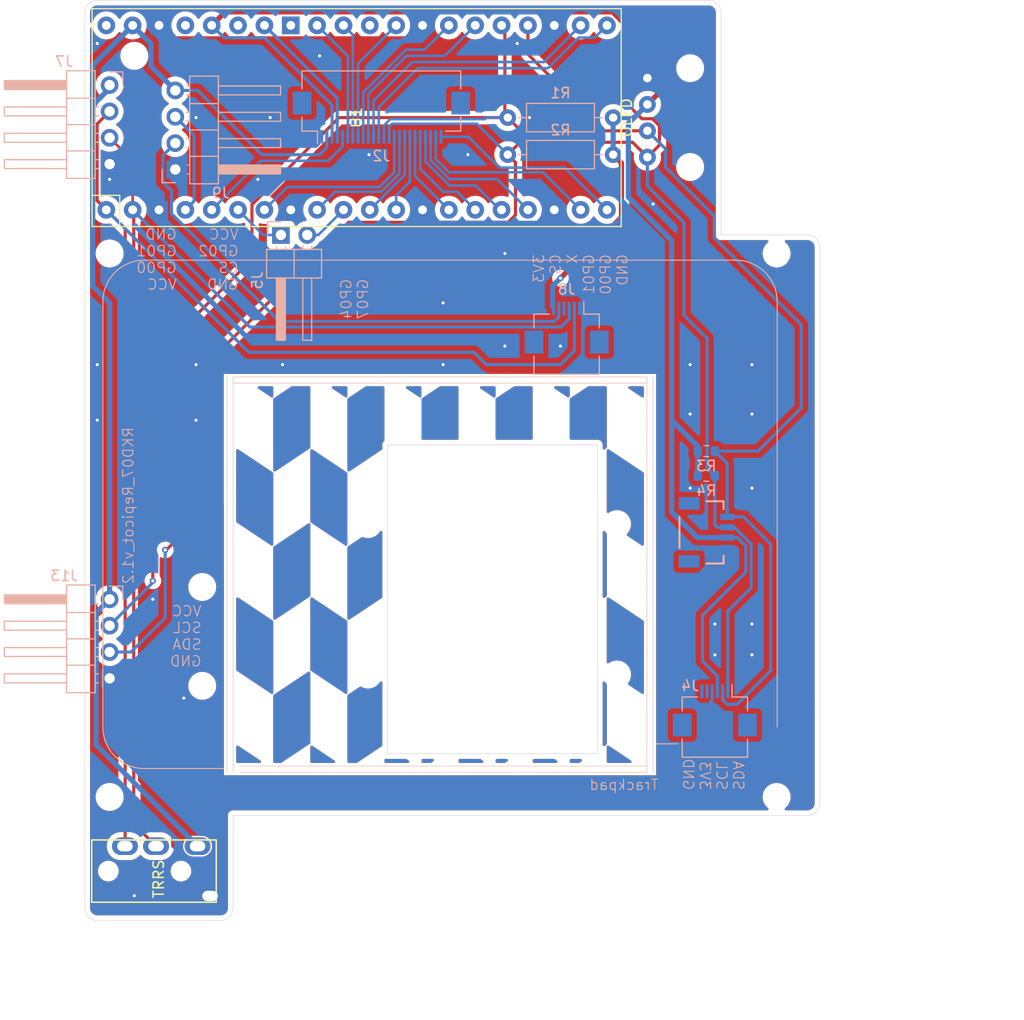
<source format=kicad_pcb>
(kicad_pcb (version 20241229) (generator "pcbnew") (generator_version "9.0")
  (layers (0 "F.Cu" signal) (2 "B.Cu" signal) (13 "F.Paste" user) (15 "B.Paste" user) (5 "F.SilkS" user "F.Silkscreen") (7 "B.SilkS" user "B.Silkscreen") (1 "F.Mask" user) (3 "B.Mask" user) (25 "Edge.Cuts" user))
  (net 0 "")
  (net 1 "GP01:UART_RX")
  (net 2 "VCC")
  (net 3 "GND")
  (net 4 "GP00:UART_TX")
  (net 5 "3V3")
  (net 15 "CS")
  (net 17 "ROW4_L")
  (net 18 "COL9_L")
  (net 19 "SDA{slash}SCK_L")
  (net 20 "COL4_L")
  (net 21 "COL10_L")
  (net 22 "ROW1_L")
  (net 23 "COL2_L")
  (net 24 "ROW3_L")
  (net 25 "COL13_L")
  (net 26 "COL8_L")
  (net 27 "COL0_L")
  (net 28 "ROW0_L")
  (net 29 "COL6_L")
  (net 30 "COL3_L")
  (net 31 "COL7_L")
  (net 32 "COL5_L")
  (net 33 "COL1_L")
  (net 34 "SCL{slash}TX_L")
  (net 35 "ROW2_L")
  (net 36 "COL12_L")
  (net 37 "COL11_L")
  (net 38 "GP04")
  (net 39 "GP07")
  (net 40 "GP02")
  (footprint "kbd_Hole:m2_Screw_Hole" (layer "F.Cu") (at 145.25625 52.3875)
    (property "Reference" "Ref**")
    (property "Value" "Val**")
  )
  (footprint "Rikkodo_FootPrint:rkd_cutdot_no_edgecut_1_2" (layer "F.Cu") (at 93.166328 64.591352)
    (property "Reference" "REF**" (hide yes))
    (property "Value" "rkd_cutdot_no_edgecut_1_2" (hide yes))
  )
  (footprint "Rikkodo_FootPrint:rkd_cutdot_no_edgecut_32" (layer "F.Cu") (at 112.513968 64.591352)
    (property "Reference" "REF**" (hide yes))
    (property "Value" "rkd_cutdot_no_edgecut_32" (hide yes))
  )
  (footprint "BrownSugar_KBD:OLED_center_display" (layer "F.Cu") (at 114.3 39.290625 90)
    (property "Reference" "OL1")
    (property "Value" "OLED")
  )
  (footprint "BrownSugar_KBD:TRRS_PJ-320A" (layer "F.Cu") (at 79.239375 111.91875 90)
    (property "Reference" "J1")
    (property "Value" "TRRS" (hide yes))
  )
  (footprint "kbd_Hole:m2_Screw_Hole" (layer "F.Cu") (at 80.9625 52.3875)
    (property "Reference" "Ref**")
    (property "Value" "Val**")
  )
  (footprint "kbd_Hole:m2_Screw_Hole" (layer "F.Cu") (at 136.92199 34.528151)
    (property "Reference" "Ref**")
    (property "Value" "Val**")
  )
  (footprint "kbd_Hole:m2_Screw_Hole" (layer "F.Cu") (at 136.92199 44.053159)
    (property "Reference" "Ref**")
    (property "Value" "Val**")
  )
  (footprint "kbd_Hole:m2_Screw_Hole" (layer "F.Cu") (at 83.34375 33.3375)
    (property "Reference" "Ref**")
    (property "Value" "Val**")
  )
  (footprint "Rikkodo_FootPrint:rkd_cutdot_no_edgecut_32" (layer "F.Cu") (at 112.513968 102.096008)
    (property "Reference" "REF**" (hide yes))
    (property "Value" "rkd_cutdot_no_edgecut_32" (hide yes))
  )
  (footprint "Rikkodo_FootPrint:rkd_RPi_Pico_TH_NODBG" (layer "F.Cu") (at 104.775 39.290625 90)
    (property "Reference" "U1")
    (property "Value" "Pico")
  )
  (footprint "kbd_Hole:m2_Screw_Hole" (layer "F.Cu") (at 145.25625 104.775)
    (property "Reference" "Ref**")
    (property "Value" "Val**")
  )
  (footprint "kbd_Hole:m2_Screw_Hole" (layer "F.Cu") (at 80.9625 104.775)
    (property "Reference" "Ref**")
    (property "Value" "Val**")
  )
  (footprint "kbd_Hole:m2_Screw_Hole" (layer "F.Cu") (at 89.892263 84.534446)
    (property "Reference" "Ref**")
    (property "Value" "Val**")
  )
  (footprint "Rikkodo_FootPrint:rkd_cutdot_no_edgecut_32" (layer "F.Cu") (at 92.571016 83.34368 90)
    (property "Reference" "REF**" (hide yes))
    (property "Value" "rkd_cutdot_no_edgecut_32" (hide yes))
  )
  (footprint "Rikkodo_FootPrint:rkd_cutdot_no_edgecut_1" (layer "F.Cu") (at 132.159264 64.591352)
    (property "Reference" "REF**" (hide yes))
    (property "Value" "rkd_cutdot_no_edgecut_1" (hide yes))
  )
  (footprint "Rikkodo_FootPrint:rkd_cutdot_no_edgecut_1" (layer "F.Cu") (at 132.159264 102.096008)
    (property "Reference" "REF**" (hide yes))
    (property "Value" "rkd_cutdot_no_edgecut_1" (hide yes))
  )
  (footprint "kbd_Hole:m2_Screw_Hole" (layer "F.Cu") (at 89.892263 94.059454)
    (property "Reference" "Ref**")
    (property "Value" "Val**")
  )
  (footprint "Rikkodo_FootPrint:rkd_cutdot_no_edgecut_32" (layer "F.Cu") (at 133.052232 83.343906 90)
    (property "Reference" "REF**" (hide yes))
    (property "Value" "rkd_cutdot_no_edgecut_32" (hide yes))
  )
  (footprint "Rikkodo_FootPrint:rkd_Point_Screw_Hall" (layer "F.Cu") (at 117.871875 85.725 -90)
    (property "Reference" "Point1" (hide yes))
    (property "Value" "PointScrewHall" (hide yes))
  )
  (footprint "Connector_PinHeader_2.54mm:PinHeader_1x02_P2.54mm_Horizontal" (layer "B.Cu") (at 97.472584 50.601605 -90)
    (property "Reference" "J5")
    (property "Value" "Conn_01x02_Socket")
  )
  (footprint "Resistor_SMD:R_0603_1608Metric" (layer "B.Cu") (at 138.478242 71.43756)
    (property "Reference" "R3")
    (property "Value" "1kΩ")
  )
  (footprint "SparkFun-Connector:JST_SMD_1.0mm-4_Black" (layer "B.Cu") (at 140.49375 79.271875 90)
    (property "Reference" "J3")
    (property "Value" "Qwiic_RA")
  )
  (footprint "DreaM117er-keebLibrary:Hirose_FH12-6S-0.5SH_1x06-1MP_P0.50mm_Horizontal" (layer "B.Cu") (at 139.303125 96.440625 180)
    (property "Reference" "J4")
    (property "Value" "Conn_01x06")
  )
  (footprint "Connector_PinHeader_2.54mm:PinHeader_1x04_P2.54mm_Horizontal" (layer "B.Cu") (at 87.293202 44.291284)
    (property "Reference" "J9")
    (property "Value" "Conn_01x04")
  )
  (footprint "Connector_FFC-FPC:Hirose_FH12-6S-0.5SH_1x06-1MP_P0.50mm_Horizontal" (layer "B.Cu") (at 125.01573 59.5313 180)
    (property "Reference" "J8")
    (property "Value" "Conn_01x06")
  )
  (footprint "Connector_PinHeader_2.54mm:PinHeader_1x04_P2.54mm_Horizontal" (layer "B.Cu") (at 80.9625 36.155345 180)
    (property "Reference" "J7")
    (property "Value" "Conn_01x04")
  )
  (footprint "Resistor_SMD:R_0603_1608Metric" (layer "B.Cu") (at 138.478242 73.81881)
    (property "Reference" "R4")
    (property "Value" "1kΩ")
  )
  (footprint "Connector_FFC-FPC:Hirose_FH12-24S-0.5SH_1x24-1MP_P0.50mm_Horizontal" (layer "B.Cu") (at 107.15634 39.290655)
    (property "Reference" "J2")
    (property "Value" "Conn_01x24")
  )
  (footprint "Resistor_THT:R_Axial_DIN0207_L6.3mm_D2.5mm_P10.16mm_Horizontal" (layer "B.Cu") (at 129.500417 42.8625 180)
    (property "Reference" "R2")
    (property "Value" "1kΩ")
  )
  (footprint "Connector_PinHeader_2.54mm:PinHeader_1x04_P2.54mm_Horizontal" (layer "B.Cu") (at 80.9625 85.725 180)
    (property "Reference" "J13")
    (property "Value" "Conn_01x04")
  )
  (footprint "Resistor_THT:R_Axial_DIN0207_L6.3mm_D2.5mm_P10.16mm_Horizontal" (layer "B.Cu") (at 129.500417 39.290655 180)
    (property "Reference" "R1")
    (property "Value" "1kΩ")
  )
  (gr_arc (start 84.311814 102.032873) (mid 81.483387 100.8613) (end 80.311814 98.032873) (stroke (width 0.1)) (layer "B.SilkS"))
  (gr_line (start 84.3118 102.032873) (end 91.975704 102.032873) (stroke (width 0.1)) (layer "B.SilkS"))
  (gr_arc (start 80.311814 57.032873) (mid 81.483397 54.204468) (end 84.311814 53.032873) (stroke (width 0.1)) (layer "B.SilkS"))
  (gr_line (start 145.311814 57.032873) (end 145.311814 98.032873) (stroke (width 0.1)) (layer "B.SilkS"))
  (gr_line (start 84.311814 53.032873) (end 141.311815 53.032874) (stroke (width 0.1)) (layer "B.SilkS"))
  (gr_line (start 80.311814 98.032873) (end 80.311814 57.032873) (stroke (width 0.1)) (layer "B.SilkS"))
  (gr_line (start 133.647544 99.651623) (end 135.731364 99.651623) (stroke (width 0.1)) (layer "B.SilkS"))
  (gr_arc (start 141.311815 53.032874) (mid 144.140241 54.20445) (end 145.311814 57.032873) (stroke (width 0.1)) (layer "B.SilkS"))
  (gr_line (start 127.992295 70.842247) (end 127.992295 100.607897) (stroke (width 0.05)) (layer "Edge.Cuts"))
  (gr_arc (start 149.42367 105.370529) (mid 149.070442 106.216896) (end 148.220367 106.561103) (stroke (width 0.05)) (layer "Edge.Cuts"))
  (gr_line (start 79.771875 27.979708) (end 138.707929 27.979708) (stroke (width 0.05)) (layer "Edge.Cuts"))
  (gr_arc (start 79.771942 116.68125) (mid 78.93 116.332548) (end 78.58125 115.490625) (stroke (width 0.05)) (layer "Edge.Cuts"))
  (gr_arc (start 138.707929 27.979686) (mid 139.549832 28.328418) (end 139.898577 29.170311) (stroke (width 0.05)) (layer "Edge.Cuts"))
  (gr_arc (start 78.581392 29.170409) (mid 78.930113 28.328529) (end 79.772017 27.979784) (stroke (width 0.05)) (layer "Edge.Cuts"))
  (gr_line (start 91.678125 116.681249) (end 79.771942 116.68125) (stroke (width 0.05)) (layer "Edge.Cuts"))
  (gr_arc (start 148.232963 50.601615) (mid 149.074842 50.950359) (end 149.423587 51.792239) (stroke (width 0.05)) (layer "Edge.Cuts"))
  (gr_line (start 148.219997 106.5611) (end 92.86875 106.561027) (stroke (width 0.05)) (layer "Edge.Cuts"))
  (gr_line (start 139.898574 29.160641) (end 139.898555 50.601605) (stroke (width 0.05)) (layer "Edge.Cuts"))
  (gr_line (start 127.992295 100.607897) (end 107.751653 100.607897) (stroke (width 0.05)) (layer "Edge.Cuts"))
  (gr_line (start 149.422426 51.792686) (end 149.423563 105.370401) (stroke (width 0.05)) (layer "Edge.Cuts"))
  (gr_line (start 139.898555 50.601605) (end 148.232963 50.601605) (stroke (width 0.05)) (layer "Edge.Cuts"))
  (gr_line (start 92.86875 106.561027) (end 92.86875 115.495229) (stroke (width 0.05)) (layer "Edge.Cuts"))
  (gr_line (start 78.581392 29.170409) (end 78.581251 115.490625) (stroke (width 0.05)) (layer "Edge.Cuts"))
  (gr_arc (start 92.86875 115.49065) (mid 92.520016 116.332541) (end 91.678124 116.681276) (stroke (width 0.05)) (layer "Edge.Cuts"))
  (gr_line (start 107.751653 70.842247) (end 127.992295 70.842247) (stroke (width 0.05)) (layer "Edge.Cuts"))
  (gr_line (start 107.751653 100.607897) (end 107.751653 70.842247) (stroke (width 0.05)) (layer "Edge.Cuts"))
  (gr_text "GND\nGP01\nGP00\nVCC" (at 87.511011 55.959422 0) (layer "B.SilkS") (effects (font (size 1 1) (thickness 0.1)) (justify left bottom mirror)))
  (gr_text "Trackpad" (at 133.9452 104.1796 0) (layer "B.SilkS") (effects (font (size 1 1) (thickness 0.1)) (justify left bottom mirror)))
  (gr_text "3V3\nCS\nX\nGP01\nGP00\nGND" (at 130.96875 52.3875 90) (layer "B.SilkS") (effects (font (size 1 1) (thickness 0.1)) (justify left bottom mirror)))
  (gr_text "RKD07_Repicot_v1.2" (at 83.34375 69.05625 90) (layer "B.SilkS") (effects (font (size 1 1) (thickness 0.1)) (justify left bottom mirror)))
  (gr_text "VCC\nGP02\nCS\nGND" (at 93.464141 55.959422 0) (layer "B.SilkS") (effects (font (size 1 1) (thickness 0.1)) (justify left bottom mirror)))
  (gr_text "SDA\nSCL\n3V3\nGND" (at 136.153125 104.179777 270) (layer "B.SilkS") (effects (font (size 1 1) (thickness 0.1)) (justify left bottom mirror)))
  (gr_text "VCC\nSCL\nSDA\nGND" (at 89.892263 92.273515 0) (layer "B.SilkS") (effects (font (size 1 1) (thickness 0.1)) (justify left bottom mirror)))
  (gr_text "GP04\nGP07" (at 105.965714 54.768796 90) (layer "B.SilkS") (effects (font (size 1 1) (thickness 0.1)) (justify left bottom mirror)))
  (segment (start 83.287992 48.283617) (end 83.287992 107.367367) (width 0.3) (layer "F.Cu") (net 1))
  (segment (start 83.185 43.457845) (end 83.185 48.180625) (width 0.25) (layer "F.Cu") (net 1))
  (segment (start 83.287992 107.367367) (end 85.439375 109.51875) (width 0.3) (layer "F.Cu") (net 1))
  (segment (start 80.9625 41.235345) (end 83.185 43.457845) (width 0.25) (layer "F.Cu") (net 1))
  (segment (start 83.185 48.180625) (end 83.287992 48.283617) (width 0.3) (layer "F.Cu") (net 1))
  (segment (start 125.26573 58.685987) (end 124.471417 59.4803) (width 0.3) (layer "B.Cu") (net 1))
  (segment (start 124.471417 59.4803) (end 94.484675 59.4803) (width 0.3) (layer "B.Cu") (net 1))
  (segment (start 125.26573 57.6813) (end 125.26573 58.685987) (width 0.3) (layer "B.Cu") (net 1))
  (segment (start 94.484675 59.4803) (end 83.185 48.180625) (width 0.3) (layer "B.Cu") (net 1))
  (segment (start 79.6615 87.026) (end 80.9625 85.725) (width 0.5) (layer "B.Cu") (net 2))
  (segment (start 89.455659 36.671284) (end 87.293202 36.671284) (width 0.3) (layer "B.Cu") (net 2))
  (segment (start 83.185 30.400625) (end 84.94475 32.160375) (width 0.5) (layer "B.Cu") (net 2))
  (segment (start 79.332377 38.1) (end 79.332383 34.253242) (width 0.5) (layer "B.Cu") (net 2))
  (segment (start 84.94475 32.160375) (end 84.94475 34.322832) (width 0.5) (layer "B.Cu") (net 2))
  (segment (start 80.9625 85.725) (end 80.9625 57.14998) (width 0.5) (layer "B.Cu") (net 2))
  (segment (start 79.6615 99.740875) (end 79.6615 87.026) (width 0.5) (layer "B.Cu") (net 2))
  (segment (start 101.90634 42.159285) (end 101.203125 42.8625) (width 0.3) (layer "B.Cu") (net 2))
  (segment (start 101.90634 41.140655) (end 101.90634 42.159285) (width 0.3) (layer "B.Cu") (net 2))
  (segment (start 89.439375 109.51875) (end 79.6615 99.740875) (width 0.5) (layer "B.Cu") (net 2))
  (segment (start 101.203125 42.8625) (end 95.646875 42.8625) (width 0.3) (layer "B.Cu") (net 2))
  (segment (start 80.9625 36.155345) (end 80.9625 36.469877) (width 0.5) (layer "B.Cu") (net 2))
  (segment (start 84.94475 34.322832) (end 87.293202 36.671284) (width 0.5) (layer "B.Cu") (net 2))
  (segment (start 80.9625 57.14998) (end 79.332349 55.519829) (width 0.5) (layer "B.Cu") (net 2))
  (segment (start 79.332383 34.253242) (end 83.185 30.400625) (width 0.5) (layer "B.Cu") (net 2))
  (segment (start 80.9625 36.469877) (end 79.332377 38.1) (width 0.5) (layer "B.Cu") (net 2))
  (segment (start 79.332349 55.519829) (end 79.332377 38.1) (width 0.5) (layer "B.Cu") (net 2))
  (segment (start 95.646875 42.8625) (end 89.455659 36.671284) (width 0.3) (layer "B.Cu") (net 2))
  (segment (start 85.725 45.859486) (end 85.725 30.400625) (width 0.5) (layer "F.Cu") (net 3))
  (segment (start 83.94475 103.140645) (end 87.140375 106.33627) (width 0.5) (layer "F.Cu") (net 3))
  (segment (start 85.725 48.180625) (end 83.94475 49.960875) (width 0.5) (layer "F.Cu") (net 3))
  (segment (start 129.46625 32.146875) (end 132.8 35.480625) (width 0.5) (layer "F.Cu") (net 3))
  (segment (start 123.825 30.400625) (end 125.57125 32.146875) (width 0.5) (layer "F.Cu") (net 3))
  (segment (start 109.824 31.701625) (end 111.125 30.400625) (width 0.5) (layer "F.Cu") (net 3))
  (segment (start 85.725 48.180625) (end 85.725 45.859486) (width 0.5) (layer "F.Cu") (net 3))
  (segment (start 90.639375 112.949569) (end 90.639375 114.31875) (width 0.5) (layer "F.Cu") (net 3))
  (segment (start 125.57125 32.146875) (end 129.46625 32.146875) (width 0.5) (layer "F.Cu") (net 3))
  (segment (start 87.026 31.701625) (end 109.824 31.701625) (width 0.5) (layer "F.Cu") (net 3))
  (segment (start 87.140375 106.33627) (end 87.140375 109.450569) (width 0.5) (layer "F.Cu") (net 3))
  (segment (start 85.725 30.400625) (end 87.026 31.701625) (width 0.5) (layer "F.Cu") (net 3))
  (segment (start 85.725 45.859486) (end 87.293202 44.291284) (width 0.5) (layer "F.Cu") (net 3))
  (segment (start 87.140375 109.450569) (end 90.639375 112.949569) (width 0.5) (layer "F.Cu") (net 3))
  (segment (start 83.94475 49.960875) (end 83.94475 103.140645) (width 0.5) (layer "F.Cu") (net 3))
  (via (at 113.109375 57.15) (size 0.6) (drill 0.3) (layers "F.Cu" "B.Cu") (net 3))
  (via (at 79.771942 68.460995) (size 0.6) (drill 0.3) (layers "F.Cu" "B.Cu") (net 3))
  (via (at 139.303242 91.082889) (size 0.6) (drill 0.3) (layers "F.Cu" "B.Cu") (net 3))
  (via (at 136.921875 63.103125) (size 0.6) (drill 0.3) (layers "F.Cu" "B.Cu") (net 3))
  (via (at 142.87512 75.009375) (size 0.6) (drill 0.3) (layers "F.Cu" "B.Cu") (net 3))
  (via (at 142.875 63.103125) (size 0.6) (drill 0.3) (layers "F.Cu" "B.Cu") (net 3))
  (via (at 121.44375 39.290625) (size 0.6) (drill 0.3) (layers "F.Cu" "B.Cu") (net 3))
  (via (at 142.87512 91.082889) (size 0.6) (drill 0.3) (layers "F.Cu" "B.Cu") (net 3))
  (via (at 136.921875 67.865625) (size 0.6) (drill 0.3) (layers "F.Cu" "B.Cu") (net 3))
  (via (at 115.490625 42.8625) (size 0.6) (drill 0.3) (layers "F.Cu" "B.Cu") (net 3))
  (via (at 97.63125 63.103125) (size 0.6) (drill 0.3) (layers "F.Cu" "B.Cu") (net 3))
  (via (at 83.34375 114.3) (size 0.6) (drill 0.3) (layers "F.Cu" "B.Cu") (net 3))
  (via (at 139.303125 88.106324) (size 0.6) (drill 0.3) (layers "F.Cu" "B.Cu") (net 3))
  (via (at 88.10625 95.25) (size 0.6) (drill 0.3) (layers "F.Cu" "B.Cu") (net 3))
  (via (at 133.35 47.625) (size 0.6) (drill 0.3) (layers "F.Cu" "B.Cu") (net 3))
  (via (at 89.29695 68.460995) (size 0.6) (drill 0.3) (layers "F.Cu" "B.Cu") (net 3))
  (via (at 142.875 67.865625) (size 0.6) (drill 0.3) (layers "F.Cu" "B.Cu") (net 3))
  (via (at 95.25 45.24375) (size 0.6) (drill 0.3) (layers "F.Cu" "B.Cu") (net 3))
  (via (at 85.126474 85.721787) (size 0.6) (drill 0.3) (layers "F.Cu" "B.Cu") (net 3))
  (via (at 113.109375 63.103125) (size 0.6) (drill 0.3) (layers "F.Cu" "B.Cu") (net 3))
  (via (at 89.29695 63.103178) (size 0.6) (drill 0.3) (layers "F.Cu" "B.Cu") (net 3))
  (via (at 80.9625 45.24375) (size 0.6) (drill 0.3) (layers "F.Cu" "B.Cu") (net 3))
  (via (at 89.29695 39.290655) (size 0.6) (drill 0.3) (layers "F.Cu" "B.Cu") (net 3))
  (via (at 96.440625 39.290625) (size 0.6) (drill 0.3) (layers "F.Cu" "B.Cu") (net 3))
  (via (at 120.253125 32.146875) (size 0.6) (drill 0.3) (layers "F.Cu" "B.Cu") (net 3))
  (via (at 142.87512 88.106324) (size 0.6) (drill 0.3) (layers "F.Cu" "B.Cu") (net 3))
  (via (at 105.965625 42.8625) (size 0.6) (drill 0.3) (layers "F.Cu" "B.Cu") (net 3))
  (via (at 119.0626 61.317239) (size 0.6) (drill 0.3) (layers "F.Cu" "B.Cu") (net 3))
  (via (at 101.203125 33.3375) (size 0.6) (drill 0.3) (layers "F.Cu" "B.Cu") (net 3))
  (via (at 124.420417 61.317239) (size 0.6) (drill 0.3) (layers "F.Cu" "B.Cu") (net 3))
  (via (at 119.0626 52.387544) (size 0.6) (drill 0.3) (layers "F.Cu" "B.Cu") (net 3))
  (via (at 79.771875 32.146875) (size 0.6) (drill 0.3) (layers "F.Cu" "B.Cu") (net 3))
  (via (at 79.771942 63.103178) (size 0.6) (drill 0.3) (layers "F.Cu" "B.Cu") (net 3))
  (via (at 136.921875 75.009375) (size 0.6) (drill 0.3) (layers "F.Cu" "B.Cu") (net 3))
  (segment (start 91.090375 113.86775) (end 91.090375 103.472875) (width 0.5) (layer "B.Cu") (net 3))
  (segment (start 140.278277 80.771875) (end 140.49375 80.771875) (width 0.3) (layer "B.Cu") (net 3))
  (segment (start 128.949056 57.6813) (end 126.36673 57.6813) (width 0.5) (layer "B.Cu") (net 3))
  (segment (start 90.639375 114.31875) (end 91.090375 113.86775) (width 0.5) (layer "B.Cu") (net 3))
  (segment (start 138.707696 95.845232) (end 137.814728 95.845232) (width 0.3) (layer "B.Cu") (net 3))
  (segment (start 111.125 30.400625) (end 112.426 29.099625) (width 0.5) (layer "B.Cu") (net 3))
  (segment (start 140.49375 80.771875) (end 135.11875 80.771875) (width 0.5) (layer "B.Cu") (net 3))
  (segment (start 137.814728 95.845232) (end 136.921875 94.952379) (width 0.3) (layer "B.Cu") (net 3))
  (segment (start 127.992295 38.100029) (end 130.611699 35.480625) (width 0.5) (layer "B.Cu") (net 3))
  (segment (start 85.36778 48.180625) (end 85.725 48.180625) (width 0.5) (layer "B.Cu") (net 3))
  (segment (start 127.992295 44.980312) (end 127.992295 38.100029) (width 0.5) (layer "B.Cu") (net 3))
  (segment (start 112.426 49.481625) (end 122.524 49.481625) (width 0.5) (layer "B.Cu") (net 3))
  (segment (start 136.921875 84.128277) (end 140.278277 80.771875) (width 0.3) (layer "B.Cu") (net 3))
  (segment (start 85.725 30.400625) (end 96.46503 41.140655) (width 0.5) (layer "B.Cu") (net 3))
  (segment (start 139.053125 94.590625) (end 139.053125 95.499803) (width 0.3) (layer "B.Cu") (net 3))
  (segment (start 96.46503 41.140655) (end 101.30534 41.140655) (width 0.5) (layer "B.Cu") (net 3))
  (segment (start 112.426 29.099625) (end 122.524 29.099625) (width 0.5) (layer "B.Cu") (net 3))
  (segment (start 98.266251 48.180625) (end 98.425 48.180625) (width 0.5) (layer "B.Cu") (net 3))
  (segment (start 139.053125 95.499803) (end 138.707696 95.845232) (width 0.3) (layer "B.Cu") (net 3))
  (segment (start 130.611699 35.480625) (end 132.8 35.480625) (width 0.5) (layer "B.Cu") (net 3))
  (segment (start 122.524 29.099625) (end 123.825 30.400625) (width 0.5) (layer "B.Cu") (net 3))
  (segment (start 135.11875 80.771875) (end 134.242856 79.895981) (width 0.5) (layer "B.Cu") (net 3))
  (segment (start 91.090375 103.472875) (end 80.9625 93.345) (width 0.5) (layer "B.Cu") (net 3))
  (segment (start 134.242856 52.3875) (end 134.242856 51.230873) (width 0.5) (layer "B.Cu") (net 3))
  (segment (start 80.9625 43.775345) (end 85.36778 48.180625) (width 0.5) (layer "B.Cu") (net 3))
  (segment (start 122.524 49.481625) (end 123.825 48.180625) (width 0.5) (layer "B.Cu") (net 3))
  (segment (start 111.125 48.180625) (end 112.426 49.481625) (width 0.5) (layer "B.Cu") (net 3))
  (segment (start 134.242856 52.3875) (end 128.949056 57.6813) (width 0.5) (layer "B.Cu") (net 3))
  (segment (start 134.242856 51.230873) (end 127.992295 44.980312) (width 0.5) (layer "B.Cu") (net 3))
  (segment (start 134.242856 79.895981) (end 134.242856 52.3875) (width 0.5) (layer "B.Cu") (net 3))
  (segment (start 136.921875 94.952379) (end 136.921875 84.128277) (width 0.3) (layer "B.Cu") (net 3))
  (segment (start 80.645 48.180625) (end 82.4635 49.999125) (width 0.3) (layer "F.Cu") (net 4))
  (segment (start 82.4635 49.999125) (end 82.4635 109.494625) (width 0.3) (layer "F.Cu") (net 4))
  (segment (start 82.4635 109.494625) (end 82.439375 109.51875) (width 0.3) (layer "F.Cu") (net 4))
  (segment (start 79.7615 47.297125) (end 79.7615 39.896345) (width 0.3) (layer "F.Cu") (net 4))
  (segment (start 80.645 48.180625) (end 79.7615 47.297125) (width 0.3) (layer "F.Cu") (net 4))
  (segment (start 79.7615 39.896345) (end 80.9625 38.695345) (width 0.3) (layer "F.Cu") (net 4))
  (segment (start 125.76573 61.757865) (end 125.76573 57.6813) (width 0.3) (layer "B.Cu") (net 4))
  (segment (start 94.376875 61.9125) (end 116.085983 61.9125) (width 0.3) (layer "B.Cu") (net 4))
  (segment (start 117.276661 63.103178) (end 124.420417 63.103178) (width 0.3) (layer "B.Cu") (net 4))
  (segment (start 80.645 48.180625) (end 94.376875 61.9125) (width 0.3) (layer "B.Cu") (net 4))
  (segment (start 124.420417 63.103178) (end 125.76573 61.757865) (width 0.3) (layer "B.Cu") (net 4))
  (segment (start 116.085983 61.9125) (end 117.276661 63.103178) (width 0.3) (layer "B.Cu") (net 4))
  (segment (start 129.443892 29.099625) (end 134.061 33.716733) (width 0.5) (layer "F.Cu") (net 5))
  (segment (start 130.300416 43.662499) (end 130.300416 48.888797) (width 0.5) (layer "F.Cu") (net 5))
  (segment (start 90.805 30.400625) (end 92.106 29.099625) (width 0.5) (layer "F.Cu") (net 5))
  (segment (start 129.500417 42.8625) (end 130.300416 43.662499) (width 0.5) (layer "F.Cu") (net 5))
  (segment (start 92.106 29.099625) (end 129.443892 29.099625) (width 0.5) (layer "F.Cu") (net 5))
  (segment (start 134.061 36.759625) (end 134.061 33.716733) (width 0.5) (layer "F.Cu") (net 5))
  (segment (start 130.300416 48.888797) (end 124.420417 54.768796) (width 0.5) (layer "F.Cu") (net 5))
  (segment (start 132.8 38.020625) (end 134.061 36.759625) (width 0.5) (layer "F.Cu") (net 5))
  (via (at 124.420417 54.768796) (size 0.6) (drill 0.3) (layers "F.Cu" "B.Cu") (net 5))
  (segment (start 140.49375 79.771875) (end 137.61675 79.771875) (width 0.5) (layer "B.Cu") (net 5))
  (segment (start 138.1125 87.272504) (end 142.297216 83.087788) (width 0.3) (layer "B.Cu") (net 5))
  (segment (start 137.61675 79.771875) (end 135.141738 77.296863) (width 0.5) (layer "B.Cu") (net 5))
  (segment (start 137.653242 71.43756) (end 137.653242 70.972499) (width 0.5) (layer "B.Cu") (net 5))
  (segment (start 123.66473 55.524483) (end 123.66473 57.432358) (width 0.5) (layer "B.Cu") (net 5))
  (segment (start 130.96875 46.965403) (end 135.141738 51.138391) (width 0.5) (layer "B.Cu") (net 5))
  (segment (start 92.006 31.601625) (end 95.91931 31.601625) (width 0.3) (layer "B.Cu") (net 5))
  (segment (start 129.500417 39.290655) (end 131.52997 39.290655) (width 0.5) (layer "B.Cu") (net 5))
  (segment (start 142.297216 80.600341) (end 142.297216 83.087788) (width 0.3) (layer "B.Cu") (net 5))
  (segment (start 95.91931 31.601625) (end 102.40634 38.088655) (width 0.3) (layer "B.Cu") (net 5))
  (segment (start 131.52997 39.290655) (end 132.8 38.020625) (width 0.5) (layer "B.Cu") (net 5))
  (segment (start 137.653242 71.43756) (end 137.653242 73.81881) (width 0.5) (layer "B.Cu") (net 5))
  (segment (start 140.49375 79.771875) (end 141.46875 79.771875) (width 0.3) (layer "B.Cu") (net 5))
  (segment (start 135.141738 51.138391) (end 135.141738 68.460995) (width 0.5) (layer "B.Cu") (net 5))
  (segment (start 141.46875 79.771875) (end 142.297216 80.600341) (width 0.3) (layer "B.Cu") (net 5))
  (segment (start 139.553125 94.590625) (end 139.553125 93.11875) (width 0.3) (layer "B.Cu") (net 5))
  (segment (start 129.500417 39.290655) (end 129.500417 42.8625) (width 0.5) (layer "B.Cu") (net 5))
  (segment (start 138.1125 91.678125) (end 138.1125 87.272504) (width 0.3) (layer "B.Cu") (net 5))
  (segment (start 102.40634 38.088655) (end 102.40634 41.140655) (width 0.3) (layer "B.Cu") (net 5))
  (segment (start 92.006 31.601625) (end 90.805 30.400625) (width 0.3) (layer "B.Cu") (net 5))
  (segment (start 137.653242 70.972499) (end 135.141738 68.460995) (width 0.5) (layer "B.Cu") (net 5))
  (segment (start 124.420417 54.768796) (end 123.66473 55.524483) (width 0.5) (layer "B.Cu") (net 5))
  (segment (start 131.52997 39.290655) (end 130.96875 39.851875) (width 0.5) (layer "B.Cu") (net 5))
  (segment (start 130.96875 39.851875) (end 130.96875 46.965403) (width 0.5) (layer "B.Cu") (net 5))
  (segment (start 135.141738 77.296863) (end 135.141738 68.460995) (width 0.5) (layer "B.Cu") (net 5))
  (segment (start 139.553125 93.11875) (end 138.1125 91.678125) (width 0.3) (layer "B.Cu") (net 5))
  (segment (start 123.825104 58.935987) (end 97.321891 58.935987) (width 0.3) (layer "B.Cu") (net 15))
  (segment (start 86.926 46.326082) (end 86.092202 45.492284) (width 0.3) (layer "B.Cu") (net 15))
  (segment (start 86.092202 42.952284) (end 87.293202 41.751284) (width 0.3) (layer "B.Cu") (net 15))
  (segment (start 124.26573 57.6813) (end 124.26573 58.495361) (width 0.3) (layer "B.Cu") (net 15))
  (segment (start 124.26573 58.495361) (end 123.825104 58.935987) (width 0.3) (layer "B.Cu") (net 15))
  (segment (start 97.321891 58.935987) (end 86.926 48.540096) (width 0.3) (layer "B.Cu") (net 15))
  (segment (start 86.092202 45.492284) (end 86.092202 42.952284) (width 0.3) (layer "B.Cu") (net 15))
  (segment (start 86.926 48.540096) (end 86.926 46.326082) (width 0.3) (layer "B.Cu") (net 15))
  (segment (start 124.836913 44.112538) (end 128.905 48.180625) (width 0.25) (layer "B.Cu") (net 17))
  (segment (start 115.554783 41.140655) (end 118.526666 44.112538) (width 0.25) (layer "B.Cu") (net 17))
  (segment (start 118.526666 44.112538) (end 124.836913 44.112538) (width 0.25) (layer "B.Cu") (net 17))
  (segment (start 112.90634 41.140655) (end 115.554783 41.140655) (width 0.25) (layer "B.Cu") (net 17))
  (segment (start 111.323413 32.742212) (end 113.665 30.400625) (width 0.25) (layer "B.Cu") (net 18))
  (segment (start 105.40634 41.140655) (end 105.40634 36.873464) (width 0.25) (layer "B.Cu") (net 18))
  (segment (start 109.537592 32.742212) (end 111.323413 32.742212) (width 0.25) (layer "B.Cu") (net 18))
  (segment (start 105.40634 36.873464) (end 109.537592 32.742212) (width 0.25) (layer "B.Cu") (net 18))
  (segment (start 132.8 43.100625) (end 133.961 41.939625) (width 0.3) (layer "F.Cu") (net 19))
  (segment (start 86.374899 81.017082) (end 86.375 81.017082) (width 0.3) (layer "F.Cu") (net 19))
  (segment (start 133.961 40.079723) (end 133.280902 39.399625) (width 0.3) (layer "F.Cu") (net 19))
  (segment (start 119.380471 49.381625) (end 120.084 48.678096) (width 0.3) (layer "F.Cu") (net 19))
  (segment (start 133.280902 39.399625) (end 132.268375 39.399625) (width 0.3) (layer "F.Cu") (net 19))
  (segment (start 91.678125 75.713957) (end 91.678125 61.705971) (width 0.3) (layer "F.Cu") (net 19))
  (segment (start 132.268375 39.399625) (end 129.778125 36.909375) (width 0.3) (layer "F.Cu") (net 19))
  (segment (start 120.084 43.606083) (end 119.340417 42.8625) (width 0.3) (layer "F.Cu") (net 19))
  (segment (start 129.778125 36.909375) (end 125.015625 36.909375) (width 0.3) (layer "F.Cu") (net 19))
  (segment (start 86.320385 80.962568) (end 86.374899 81.017082) (width 0.3) (layer "F.Cu") (net 19))
  (segment (start 91.678125 61.705971) (end 104.002471 49.381625) (width 0.3) (layer "F.Cu") (net 19))
  (segment (start 104.002471 49.381625) (end 119.380471 49.381625) (width 0.3) (layer "F.Cu") (net 19))
  (segment (start 120.084 48.678096) (end 120.084 43.606083) (width 0.3) (layer "F.Cu") (net 19))
  (segment (start 125.015625 36.909375) (end 121.285 33.17875) (width 0.3) (layer "F.Cu") (net 19))
  (segment (start 120.531042 41.671875) (end 131.37125 41.671875) (width 0.3) (layer "F.Cu") (net 19))
  (segment (start 86.375 81.017082) (end 91.678125 75.713957) (width 0.3) (layer "F.Cu") (net 19))
  (segment (start 133.961 41.939625) (end 133.961 40.079723) (width 0.3) (layer "F.Cu") (net 19))
  (segment (start 121.285 33.17875) (end 121.285 30.400625) (width 0.3) (layer "F.Cu") (net 19))
  (segment (start 131.37125 41.671875) (end 132.8 43.100625) (width 0.3) (layer "F.Cu") (net 19))
  (segment (start 119.340417 42.8625) (end 120.531042 41.671875) (width 0.3) (layer "F.Cu") (net 19))
  (via (at 86.320385 80.962568) (size 0.6) (drill 0.3) (layers "F.Cu" "B.Cu") (net 19))
  (segment (start 140.553125 86.85625) (end 142.798216 84.611159) (width 0.3) (layer "B.Cu") (net 19))
  (segment (start 116.363885 39.885968) (end 119.340417 42.8625) (width 0.25) (layer "B.Cu") (net 19))
  (segment (start 132.8 43.100625) (end 132.8 45.884375) (width 0.3) (layer "B.Cu") (net 19))
  (segment (start 108.209027 39.885968) (end 116.363885 39.885968) (width 0.25) (layer "B.Cu") (net 19))
  (segment (start 132.8 45.884375) (end 136.326677 49.411052) (width 0.3) (layer "B.Cu") (net 19))
  (segment (start 142.798216 80.392821) (end 141.17727 78.771875) (width 0.3) (layer "B.Cu") (net 19))
  (segment (start 140.553125 94.590625) (end 140.553125 86.85625) (width 0.3) (layer "B.Cu") (net 19))
  (segment (start 136.326677 49.411052) (end 136.326677 58.340674) (width 0.3) (layer "B.Cu") (net 19))
  (segment (start 139.303242 78.556367) (end 139.51875 78.771875) (width 0.3) (layer "B.Cu") (net 19))
  (segment (start 141.17727 78.771875) (end 140.49375 78.771875) (width 0.3) (layer "B.Cu") (net 19))
  (segment (start 107.90634 40.188655) (end 108.209027 39.885968) (width 0.25) (layer "B.Cu") (net 19))
  (segment (start 107.90634 41.140655) (end 107.90634 40.188655) (width 0.25) (layer "B.Cu") (net 19))
  (segment (start 86.320385 80.962568) (end 86.320385 87.511011) (width 0.3) (layer "B.Cu") (net 19))
  (segment (start 83.026396 90.805) (end 80.9625 90.805) (width 0.3) (layer "B.Cu") (net 19))
  (segment (start 136.326677 58.340674) (end 138.552242 60.566239) (width 0.3) (layer "B.Cu") (net 19))
  (segment (start 139.51875 78.771875) (end 140.49375 78.771875) (width 0.3) (layer "B.Cu") (net 19))
  (segment (start 138.552242 60.566239) (end 138.552242 73.06781) (width 0.3) (layer "B.Cu") (net 19))
  (segment (start 80.9625 90.487644) (end 80.9625 90.805) (width 0.3) (layer "B.Cu") (net 19))
  (segment (start 142.798216 84.611159) (end 142.798216 80.392821) (width 0.3) (layer "B.Cu") (net 19))
  (segment (start 86.320385 87.511011) (end 83.026396 90.805) (width 0.3) (layer "B.Cu") (net 19))
  (segment (start 139.303242 78.556367) (end 139.303242 73.81881) (width 0.3) (layer "B.Cu") (net 19))
  (segment (start 138.552242 73.06781) (end 139.303242 73.81881) (width 0.3) (layer "B.Cu") (net 19))
  (segment (start 110.40634 44.921965) (end 113.665 48.180625) (width 0.25) (layer "B.Cu") (net 20))
  (segment (start 110.40634 41.140655) (end 110.40634 44.921965) (width 0.25) (layer "B.Cu") (net 20))
  (segment (start 108.585 30.400625) (end 104.90634 34.079285) (width 0.25) (layer "B.Cu") (net 21))
  (segment (start 104.90634 34.079285) (end 104.90634 41.140655) (width 0.25) (layer "B.Cu") (net 21))
  (segment (start 111.40634 41.140655) (end 111.40634 43.540715) (width 0.25) (layer "B.Cu") (net 22))
  (segment (start 111.40634 43.540715) (end 113.704723 45.839098) (width 0.25) (layer "B.Cu") (net 22))
  (segment (start 116.244723 45.839098) (end 118.58625 48.180625) (width 0.25) (layer "B.Cu") (net 22))
  (segment (start 118.58625 48.180625) (end 118.745 48.180625) (width 0.25) (layer "B.Cu") (net 22))
  (segment (start 113.704723 45.839098) (end 116.244723 45.839098) (width 0.25) (layer "B.Cu") (net 22))
  (segment (start 109.40634 44.819285) (end 106.045 48.180625) (width 0.25) (layer "B.Cu") (net 23))
  (segment (start 109.40634 41.140655) (end 109.40634 44.819285) (width 0.25) (layer "B.Cu") (net 23))
  (segment (start 122.747913 44.563538) (end 126.365 48.180625) (width 0.25) (layer "B.Cu") (net 24))
  (segment (start 112.40634 43.265095) (end 113.704783 44.563538) (width 0.25) (layer "B.Cu") (net 24))
  (segment (start 112.40634 41.140655) (end 112.40634 43.265095) (width 0.25) (layer "B.Cu") (net 24))
  (segment (start 113.704783 44.563538) (end 122.747913 44.563538) (width 0.25) (layer "B.Cu") (net 24))
  (segment (start 103.40634 42.092655) (end 102.041149 43.457846) (width 0.25) (layer "B.Cu") (net 25))
  (segment (start 102.041149 43.457846) (end 95.527779 43.457846) (width 0.25) (layer "B.Cu") (net 25))
  (segment (start 95.527779 43.457846) (end 90.805 48.180625) (width 0.25) (layer "B.Cu") (net 25))
  (segment (start 103.40634 41.140655) (end 103.40634 42.092655) (width 0.25) (layer "B.Cu") (net 25))
  (segment (start 109.580089 33.337525) (end 113.2681 33.337525) (width 0.25) (layer "B.Cu") (net 26))
  (segment (start 105.90634 37.011274) (end 109.580089 33.337525) (width 0.25) (layer "B.Cu") (net 26))
  (segment (start 105.90634 41.140655) (end 105.90634 37.011274) (width 0.25) (layer "B.Cu") (net 26))
  (segment (start 113.2681 33.337525) (end 116.205 30.400625) (width 0.25) (layer "B.Cu") (net 26))
  (segment (start 116.205 30.400625) (end 115.59354 30.400625) (width 0.3) (layer "B.Cu") (net 26))
  (segment (start 115.69437 30.400625) (end 116.205 30.400625) (width 0.25) (layer "B.Cu") (net 26))
  (segment (start 108.40634 44.543665) (end 106.966594 45.983411) (width 0.25) (layer "B.Cu") (net 27))
  (segment (start 108.40634 41.140655) (end 108.40634 44.543665) (width 0.25) (layer "B.Cu") (net 27))
  (segment (start 106.966594 45.983411) (end 98.082214 45.983411) (width 0.25) (layer "B.Cu") (net 27))
  (segment (start 98.082214 45.983411) (end 95.885 48.180625) (width 0.25) (layer "B.Cu") (net 27))
  (segment (start 102.90634 37.421965) (end 95.885 30.400625) (width 0.3) (layer "B.Cu") (net 28))
  (segment (start 102.90634 41.140655) (end 102.90634 37.421965) (width 0.3) (layer "B.Cu") (net 28))
  (segment (start 123.229661 34.528151) (end 110.643224 34.528151) (width 0.25) (layer "B.Cu") (net 29))
  (segment (start 106.90634 41.140655) (end 106.93034 41.116655) (width 0.25) (layer "B.Cu") (net 29))
  (segment (start 106.90634 38.265035) (end 106.90634 41.140655) (width 0.25) (layer "B.Cu") (net 29))
  (segment (start 110.643224 34.528151) (end 106.90634 38.265035) (width 0.25) (layer "B.Cu") (net 29))
  (segment (start 128.905 30.400625) (end 127.729 31.576625) (width 0.25) (layer "B.Cu") (net 29))
  (segment (start 126.181187 31.576625) (end 123.229661 34.528151) (width 0.25) (layer "B.Cu") (net 29))
  (segment (start 127.729 31.576625) (end 126.181187 31.576625) (width 0.25) (layer "B.Cu") (net 29))
  (segment (start 109.90634 41.140655) (end 109.90634 45.47035) (width 0.25) (layer "B.Cu") (net 30))
  (segment (start 109.90634 45.47035) (end 108.585 46.79169) (width 0.25) (layer "B.Cu") (net 30))
  (segment (start 108.585 46.79169) (end 108.585 48.180625) (width 0.25) (layer "B.Cu") (net 30))
  (segment (start 110.132905 33.932838) (end 122.832787 33.932838) (width 0.25) (layer "B.Cu") (net 31))
  (segment (start 106.40634 41.140655) (end 106.40634 37.659403) (width 0.25) (layer "B.Cu") (net 31))
  (segment (start 106.40634 37.659403) (end 110.132905 33.932838) (width 0.25) (layer "B.Cu") (net 31))
  (segment (start 122.832787 33.932838) (end 126.365 30.400625) (width 0.25) (layer "B.Cu") (net 31))
  (segment (start 114.45875 46.434375) (end 116.205 48.180625) (width 0.25) (layer "B.Cu") (net 32))
  (segment (start 110.90634 41.140655) (end 110.90634 44.23134) (width 0.25) (layer "B.Cu") (net 32))
  (segment (start 110.90634 44.23134) (end 113.109375 46.434375) (width 0.25) (layer "B.Cu") (net 32))
  (segment (start 113.109375 46.434375) (end 114.45875 46.434375) (width 0.25) (layer "B.Cu") (net 32))
  (segment (start 108.90634 41.140655) (end 108.90634 44.681475) (width 0.25) (layer "B.Cu") (net 33))
  (segment (start 108.90634 44.681475) (end 107.153404 46.434411) (width 0.25) (layer "B.Cu") (net 33))
  (segment (start 102.711214 46.434411) (end 100.965 48.180625) (width 0.25) (layer "B.Cu") (net 33))
  (segment (start 107.153404 46.434411) (end 102.711214 46.434411) (width 0.25) (layer "B.Cu") (net 33))
  (segment (start 120.610387 40.560625) (end 132.8 40.560625) (width 0.3) (layer "F.Cu") (net 34))
  (segment (start 94.684 47.683154) (end 103.076499 39.290655) (width 0.3) (layer "F.Cu") (net 34))
  (segment (start 119.340417 39.290655) (end 120.610387 40.560625) (width 0.3) (layer "F.Cu") (net 34))
  (segment (start 119.0625 30.718125) (end 119.0625 39.012738) (width 0.3) (layer "F.Cu") (net 34))
  (segment (start 85.129759 83.939133) (end 85.129759 62.507741) (width 0.3) (layer "F.Cu") (net 34))
  (segment (start 118.745 30.400625) (end 119.0625 30.718125) (width 0.3) (layer "F.Cu") (net 34))
  (segment (start 119.0625 39.012738) (end 119.340417 39.290655) (width 0.3) (layer "F.Cu") (net 34))
  (segment (start 85.129759 62.507741) (end 94.684 52.9535) (width 0.3) (layer "F.Cu") (net 34))
  (segment (start 94.684 52.9535) (end 94.684 47.683154) (width 0.3) (layer "F.Cu") (net 34))
  (segment (start 103.076499 39.290655) (end 119.340417 39.290655) (width 0.3) (layer "F.Cu") (net 34))
  (via (at 85.129759 83.939133) (size 0.6) (drill 0.3) (layers "F.Cu" "B.Cu") (net 34))
  (segment (start 139.303242 71.43756) (end 140.49375 72.628068) (width 0.3) (layer "B.Cu") (net 34))
  (segment (start 134.540625 44.053125) (end 134.540625 42.30125) (width 0.3) (layer "B.Cu") (net 34))
  (segment (start 140.053125 95.40465) (end 140.493868 95.845393) (width 0.3) (layer "B.Cu") (net 34))
  (segment (start 107.40634 41.140655) (end 107.40634 40.050845) (width 0.25) (layer "B.Cu") (net 34))
  (segment (start 144.678468 80.384718) (end 144.678468 92.612793) (width 0.3) (layer "B.Cu") (net 34))
  (segment (start 142.065625 77.771875) (end 144.678468 80.384718) (width 0.3) (layer "B.Cu") (net 34))
  (segment (start 139.24756 48.76006) (end 134.540625 44.053125) (width 0.3) (layer "B.Cu") (net 34))
  (segment (start 107.40634 40.050845) (end 108.022217 39.434968) (width 0.25) (layer "B.Cu") (net 34))
  (segment (start 134.540625 42.30125) (end 132.8 40.560625) (width 0.3) (layer "B.Cu") (net 34))
  (segment (start 147.637376 67.270617) (end 147.637376 59.261079) (width 0.3) (layer "B.Cu") (net 34))
  (segment (start 140.493868 95.845393) (end 141.445868 95.845393) (width 0.3) (layer "B.Cu") (net 34))
  (segment (start 143.470433 71.43756) (end 147.637376 67.270617) (width 0.3) (layer "B.Cu") (net 34))
  (segment (start 139.303242 71.43756) (end 143.470433 71.43756) (width 0.3) (layer "B.Cu") (net 34))
  (segment (start 140.49375 77.771875) (end 140.49375 72.628068) (width 0.3) (layer "B.Cu") (net 34))
  (segment (start 140.053125 94.590625) (end 140.053125 95.40465) (width 0.3) (layer "B.Cu") (net 34))
  (segment (start 108.022217 39.434968) (end 117.132348 39.434968) (width 0.25) (layer "B.Cu") (net 34))
  (segment (start 141.445868 95.845393) (end 144.678468 92.612793) (width 0.3) (layer "B.Cu") (net 34))
  (segment (start 117.276661 39.290655) (end 119.340417 39.290655) (width 0.25) (layer "B.Cu") (net 34))
  (segment (start 85.129759 83.939133) (end 85.129759 84.097741) (width 0.3) (layer "B.Cu") (net 34))
  (segment (start 140.49375 77.771875) (end 142.065625 77.771875) (width 0.3) (layer "B.Cu") (net 34))
  (segment (start 117.132348 39.434968) (end 117.276661 39.290655) (width 0.25) (layer "B.Cu") (net 34))
  (segment (start 85.129759 84.097741) (end 80.9625 88.265) (width 0.3) (layer "B.Cu") (net 34))
  (segment (start 139.247555 50.871258) (end 139.24756 50.871253) (width 0.3) (layer "B.Cu") (net 34))
  (segment (start 147.637376 59.261079) (end 139.247555 50.871258) (width 0.3) (layer "B.Cu") (net 34))
  (segment (start 139.24756 50.871253) (end 139.24756 48.76006) (width 0.3) (layer "B.Cu") (net 34))
  (segment (start 111.90634 43.402905) (end 113.726002 45.222567) (width 0.25) (layer "B.Cu") (net 35))
  (segment (start 113.726002 45.222567) (end 118.326942 45.222567) (width 0.25) (layer "B.Cu") (net 35))
  (segment (start 111.90634 41.140655) (end 111.90634 43.402905) (width 0.25) (layer "B.Cu") (net 35))
  (segment (start 118.326942 45.222567) (end 121.285 48.180625) (width 0.25) (layer "B.Cu") (net 35))
  (segment (start 103.90634 41.140655) (end 103.93034 41.116655) (width 0.25) (layer "B.Cu") (net 36))
  (segment (start 103.93034 33.365965) (end 100.965 30.400625) (width 0.25) (layer "B.Cu") (net 36))
  (segment (start 103.93034 41.116655) (end 103.93034 33.365965) (width 0.25) (layer "B.Cu") (net 36))
  (segment (start 104.40634 31.301965) (end 103.505 30.400625) (width 0.25) (layer "B.Cu") (net 37))
  (segment (start 104.40634 41.140655) (end 104.40634 31.301965) (width 0.25) (layer "B.Cu") (net 37))
  (segment (start 103.505 30.400625) (end 103.90634 30.801965) (width 0.3) (layer "B.Cu") (net 37))
  (segment (start 93.345 48.180625) (end 95.76598 50.601605) (width 0.25) (layer "B.Cu") (net 38))
  (segment (start 95.76598 50.601605) (end 97.472584 50.601605) (width 0.25) (layer "B.Cu") (net 38))
  (segment (start 100.012584 50.601605) (end 101.08402 50.601605) (width 0.25) (layer "B.Cu") (net 39))
  (segment (start 101.08402 50.601605) (end 103.505 48.180625) (width 0.25) (layer "B.Cu") (net 39))
  (segment (start 87.293202 39.211284) (end 89.115 41.033082) (width 0.3) (layer "B.Cu") (net 40))
  (segment (start 89.115 47.330625) (end 88.265 48.180625) (width 0.3) (layer "B.Cu") (net 40))
  (segment (start 89.115 41.033082) (end 89.115 47.330625) (width 0.3) (layer "B.Cu") (net 40))
  (zone (net 0) (net_name "") (layers "F.Cu" "B.Cu") (name "deco") (connect_pads (clearance 0)) (min_thickness 0.25)
    (keepout (tracks allowed) (vias allowed) (pads allowed) (copperpour not_allowed) (footprints allowed))
    (fill (thermal_gap 0.5) (thermal_bridge_width 0.5))
    (polygon (pts (xy 103.88192 73.521014) (xy 103.88192 80.664764) (xy 107.453795 78.283514) (xy 107.453795 71.139764)))
  )
  (zone (net 0) (net_name "") (layers "F.Cu" "B.Cu") (name "deco") (connect_pads (clearance 0)) (min_thickness 0.25)
    (keepout (tracks allowed) (vias allowed) (pads allowed) (copperpour not_allowed) (footprints allowed))
    (fill (thermal_gap 0.5) (thermal_bridge_width 0.5))
    (polygon (pts (xy 118.16942 73.521014) (xy 118.16942 80.664764) (xy 121.741295 78.283514) (xy 121.741295 71.139764)))
  )
  (zone (net 0) (net_name "") (layers "F.Cu" "B.Cu") (name "deco") (connect_pads (clearance 0)) (min_thickness 0.25)
    (keepout (tracks allowed) (vias allowed) (pads allowed) (copperpour not_allowed) (footprints allowed))
    (fill (thermal_gap 0.5) (thermal_bridge_width 0.5))
    (polygon (pts (xy 107.453795 99.714764) (xy 107.453795 92.571014) (xy 111.02567 94.952264) (xy 111.02567 102.096014)))
  )
  (zone (net 0) (net_name "") (layers "F.Cu" "B.Cu") (name "deco") (connect_pads (clearance 0)) (min_thickness 0.25)
    (keepout (tracks allowed) (vias allowed) (pads allowed) (copperpour not_allowed) (footprints allowed))
    (fill (thermal_gap 0.5) (thermal_bridge_width 0.5))
    (polygon (pts (xy 103.88192 87.808514) (xy 103.88192 94.952264) (xy 107.453795 92.571014) (xy 107.453795 85.427264)))
  )
  (zone (net 0) (net_name "") (layers "F.Cu" "B.Cu") (name "deco") (connect_pads (clearance 0)) (min_thickness 0.25)
    (keepout (tracks allowed) (vias allowed) (pads allowed) (copperpour not_allowed) (footprints allowed))
    (fill (thermal_gap 0.5) (thermal_bridge_width 0.5))
    (polygon (pts (xy 114.597545 85.427264) (xy 114.597545 78.283514) (xy 118.16942 80.664764) (xy 118.16942 87.808514)))
  )
  (zone (net 0) (net_name "") (layers "F.Cu" "B.Cu") (name "deco") (connect_pads (clearance 0)) (min_thickness 0.25)
    (keepout (tracks allowed) (vias allowed) (pads allowed) (copperpour not_allowed) (footprints allowed))
    (fill (thermal_gap 0.5) (thermal_bridge_width 0.5))
    (polygon (pts (xy 111.02567 87.808514) (xy 111.02567 94.952264) (xy 114.597545 92.571014) (xy 114.597545 85.427264)))
  )
  (zone (net 0) (net_name "") (layers "F.Cu" "B.Cu") (name "deco") (connect_pads (clearance 0)) (min_thickness 0.25)
    (keepout (tracks allowed) (vias allowed) (pads allowed) (copperpour not_allowed) (footprints allowed))
    (fill (thermal_gap 0.5) (thermal_bridge_width 0.5))
    (polygon (pts (xy 103.881941 63.99604) (xy 103.88192 66.377264) (xy 107.453795 63.996014) (xy 107.453795 63.99604)))
  )
  (zone (net 0) (net_name "") (layers "F.Cu" "B.Cu") (name "deco") (connect_pads (clearance 0)) (min_thickness 0.25)
    (keepout (tracks allowed) (vias allowed) (pads allowed) (copperpour not_allowed) (footprints allowed))
    (fill (thermal_gap 0.5) (thermal_bridge_width 0.5))
    (polygon (pts (xy 125.313176 63.99604) (xy 125.31317 66.377264) (xy 128.885045 63.996014)))
  )
  (zone (net 0) (net_name "") (layers "F.Cu" "B.Cu") (name "deco") (connect_pads (clearance 0)) (min_thickness 0.25)
    (keepout (tracks allowed) (vias allowed) (pads allowed) (copperpour not_allowed) (footprints allowed))
    (fill (thermal_gap 0.5) (thermal_bridge_width 0.5))
    (polygon (pts (xy 125.31317 87.808514) (xy 125.31317 94.952264) (xy 128.885045 92.571014) (xy 128.885045 85.427264)))
  )
  (zone (net 0) (net_name "") (layers "F.Cu" "B.Cu") (name "deco") (connect_pads (clearance 0)) (min_thickness 0.25)
    (keepout (tracks allowed) (vias allowed) (pads allowed) (copperpour not_allowed) (footprints allowed))
    (fill (thermal_gap 0.5) (thermal_bridge_width 0.5))
    (polygon (pts (xy 96.73817 87.808514) (xy 96.73817 94.952264) (xy 100.310045 92.571014) (xy 100.310045 85.427264)))
  )
  (zone (net 0) (net_name "") (layers "F.Cu" "B.Cu") (name "deco") (connect_pads (clearance 0)) (min_thickness 0.25)
    (keepout (tracks allowed) (vias allowed) (pads allowed) (copperpour not_allowed) (footprints allowed))
    (fill (thermal_gap 0.5) (thermal_bridge_width 0.5))
    (polygon (pts (xy 111.02567 102.096014) (xy 111.025693 102.69132) (xy 114.597578 102.69132) (xy 114.597545 99.714764)))
  )
  (zone (net 0) (net_name "") (layers "F.Cu" "B.Cu") (name "deco") (connect_pads (clearance 0)) (min_thickness 0.25)
    (keepout (tracks allowed) (vias allowed) (pads allowed) (copperpour not_allowed) (footprints allowed))
    (fill (thermal_gap 0.5) (thermal_bridge_width 0.5))
    (polygon (pts (xy 96.73816 101.99681) (xy 96.7382 102.69132) (xy 100.310072 102.69132) (xy 100.310035 99.61556)))
  )
  (zone (net 0) (net_name "") (layers "F.Cu" "B.Cu") (name "deco") (connect_pads (clearance 0)) (min_thickness 0.25)
    (keepout (tracks allowed) (vias allowed) (pads allowed) (copperpour not_allowed) (footprints allowed))
    (fill (thermal_gap 0.5) (thermal_bridge_width 0.5))
    (polygon (pts (xy 121.741295 85.427264) (xy 121.741295 78.283514) (xy 125.31317 80.664764) (xy 125.31317 87.808514)))
  )
  (zone (net 0) (net_name "") (layers "F.Cu" "B.Cu") (name "deco") (connect_pads (clearance 0)) (min_thickness 0.25)
    (keepout (tracks allowed) (vias allowed) (pads allowed) (copperpour not_allowed) (footprints allowed))
    (fill (thermal_gap 0.5) (thermal_bridge_width 0.5))
    (polygon (pts (xy 125.31317 73.521014) (xy 125.31317 80.664764) (xy 128.885045 78.283514) (xy 128.885045 71.139764)))
  )
  (zone (net 0) (net_name "") (layers "F.Cu" "B.Cu") (name "deco") (connect_pads (clearance 0)) (min_thickness 0.25)
    (keepout (tracks allowed) (vias allowed) (pads allowed) (copperpour not_allowed) (footprints allowed))
    (fill (thermal_gap 0.5) (thermal_bridge_width 0.5))
    (polygon (pts (xy 111.02567 63.99604) (xy 111.02567 66.377264) (xy 114.597545 63.996014)))
  )
  (zone (net 0) (net_name "") (layers "F.Cu" "B.Cu") (name "deco") (connect_pads (clearance 0)) (min_thickness 0.25)
    (keepout (tracks allowed) (vias allowed) (pads allowed) (copperpour not_allowed) (footprints allowed))
    (fill (thermal_gap 0.5) (thermal_bridge_width 0.5))
    (polygon (pts (xy 100.310045 99.714764) (xy 100.310045 92.571014) (xy 103.88192 94.952264) (xy 103.88192 102.096014)))
  )
  (zone (net 0) (net_name "") (layers "F.Cu" "B.Cu") (name "deco") (connect_pads (clearance 0)) (min_thickness 0.25)
    (keepout (tracks allowed) (vias allowed) (pads allowed) (copperpour not_allowed) (footprints allowed))
    (fill (thermal_gap 0.5) (thermal_bridge_width 0.5))
    (polygon (pts (xy 107.453795 71.139764) (xy 107.453795 63.996014) (xy 111.02567 66.377264) (xy 111.02567 73.521014)))
  )
  (zone (net 0) (net_name "") (layers "F.Cu" "B.Cu") (name "deco") (connect_pads (clearance 0)) (min_thickness 0.25)
    (keepout (tracks allowed) (vias allowed) (pads allowed) (copperpour not_allowed) (footprints allowed))
    (fill (thermal_gap 0.5) (thermal_bridge_width 0.5))
    (polygon (pts (xy 128.885045 71.139764) (xy 128.885045 63.996014) (xy 132.45692 66.377264) (xy 132.45692 73.521014)))
  )
  (zone (net 0) (net_name "") (layers "F.Cu" "B.Cu") (connect_pads (clearance 0)) (min_thickness 0.25)
    (keepout (tracks allowed) (vias allowed) (pads allowed) (copperpour not_allowed) (footprints allowed))
    (fill (thermal_gap 0.5) (thermal_bridge_width 0.5))
    (polygon (pts (xy 91.975704 102.691399) (xy 93.166328 102.691399) (xy 93.166328 63.996119) (xy 91.975704 63.996119)))
  )
  (zone (net 0) (net_name "") (layers "F.Cu" "B.Cu") (connect_pads (clearance 0)) (min_thickness 0.25)
    (keepout (tracks allowed) (vias allowed) (pads allowed) (copperpour not_allowed) (footprints allowed))
    (fill (thermal_gap 0.5) (thermal_bridge_width 0.5))
    (polygon (pts (xy 92.273281 101.500696) (xy 92.273281 102.69132) (xy 133.349809 102.69132) (xy 133.349809 101.500696)))
  )
  (zone (net 0) (net_name "") (layers "F.Cu" "B.Cu") (name "deco") (connect_pads (clearance 0)) (min_thickness 0.25)
    (keepout (tracks allowed) (vias allowed) (pads allowed) (copperpour not_allowed) (footprints allowed))
    (fill (thermal_gap 0.5) (thermal_bridge_width 0.5))
    (polygon (pts (xy 96.73817 73.521014) (xy 96.73817 80.664764) (xy 100.310045 78.283514) (xy 100.310045 71.139764)))
  )
  (zone (net 0) (net_name "") (layers "F.Cu" "B.Cu") (name "deco") (connect_pads (clearance 0)) (min_thickness 0.25)
    (keepout (tracks allowed) (vias allowed) (pads allowed) (copperpour not_allowed) (footprints allowed))
    (fill (thermal_gap 0.5) (thermal_bridge_width 0.5))
    (polygon (pts (xy 121.741295 71.139764) (xy 121.741295 63.996014) (xy 125.31317 66.377264) (xy 125.31317 73.521014)))
  )
  (zone (net 0) (net_name "") (layers "F.Cu" "B.Cu") (name "deco") (connect_pads (clearance 0)) (min_thickness 0.25)
    (keepout (tracks allowed) (vias allowed) (pads allowed) (copperpour not_allowed) (footprints allowed))
    (fill (thermal_gap 0.5) (thermal_bridge_width 0.5))
    (polygon (pts (xy 93.166295 71.139764) (xy 93.166295 63.996014) (xy 96.73817 66.377264) (xy 96.73817 73.521014)))
  )
  (zone (net 0) (net_name "") (layers "F.Cu" "B.Cu") (name "deco") (connect_pads (clearance 0)) (min_thickness 0.25)
    (keepout (tracks allowed) (vias allowed) (pads allowed) (copperpour not_allowed) (footprints allowed))
    (fill (thermal_gap 0.5) (thermal_bridge_width 0.5))
    (polygon (pts (xy 100.310045 85.427264) (xy 100.310045 78.283514) (xy 103.88192 80.664764) (xy 103.88192 87.808514)))
  )
  (zone (net 0) (net_name "") (layers "F.Cu" "B.Cu") (name "deco") (connect_pads (clearance 0)) (min_thickness 0.25)
    (keepout (tracks allowed) (vias allowed) (pads allowed) (copperpour not_allowed) (footprints allowed))
    (fill (thermal_gap 0.5) (thermal_bridge_width 0.5))
    (polygon (pts (xy 118.16942 87.808514) (xy 118.16942 94.952264) (xy 121.741295 92.571014) (xy 121.741295 85.427264)))
  )
  (zone (net 0) (net_name "") (layers "F.Cu" "B.Cu") (priority 2) (connect_pads (clearance 0.5)) (min_thickness 0.25) (fill yes (thermal_gap 0.5) (thermal_bridge_width 0.5) (island_removal_mode 1) (island_area_min 10))
    (polygon (pts (xy 92.27336 63.99604) (xy 92.27336 102.69132) (xy 133.349888 102.69132) (xy 133.349888 63.99604)))
  )
  (zone (net 0) (net_name "") (layers "F.Cu" "B.Cu") (connect_pads (clearance 0)) (min_thickness 0.25)
    (keepout (tracks allowed) (vias allowed) (pads allowed) (copperpour not_allowed) (footprints allowed))
    (fill (thermal_gap 0.5) (thermal_bridge_width 0.5))
    (polygon (pts (xy 92.27336 63.99604) (xy 92.27336 65.186664) (xy 133.349888 65.186664) (xy 133.349888 63.99604)))
  )
  (zone (net 0) (net_name "") (layers "F.Cu" "B.Cu") (name "deco") (connect_pads (clearance 0)) (min_thickness 0.25)
    (keepout (tracks allowed) (vias allowed) (pads allowed) (copperpour not_allowed) (footprints allowed))
    (fill (thermal_gap 0.5) (thermal_bridge_width 0.5))
    (polygon (pts (xy 100.310045 71.139764) (xy 100.310045 63.996014) (xy 103.88192 66.377264) (xy 103.88192 73.521014)))
  )
  (zone (net 0) (net_name "") (layers "F.Cu" "B.Cu") (name "deco") (connect_pads (clearance 0)) (min_thickness 0.25)
    (keepout (tracks allowed) (vias allowed) (pads allowed) (copperpour not_allowed) (footprints allowed))
    (fill (thermal_gap 0.5) (thermal_bridge_width 0.5))
    (polygon (pts (xy 118.169432 63.99604) (xy 118.16942 66.377264) (xy 121.741295 63.996014)))
  )
  (zone (net 3) (net_name "GND") (layers "F.Cu" "B.Cu") (priority 1) (connect_pads yes (clearance 0.5)) (min_thickness 0.25) (fill yes (thermal_gap 0.5) (thermal_bridge_width 0.5))
    (polygon (pts (xy 78.581316 27.979704) (xy 78.581316 116.681356) (xy 92.86875 116.681356) (xy 92.86875 107.15634) (xy 150.018876 107.15634) (xy 150.018876 50.006292) (xy 140.493868 50.006292) (xy 140.493868 27.979704)))
  )
  (zone (net 0) (net_name "") (layers "F.Cu" "B.Cu") (name "deco") (connect_pads (clearance 0)) (min_thickness 0.25)
    (keepout (tracks allowed) (vias allowed) (pads allowed) (copperpour not_allowed) (footprints allowed))
    (fill (thermal_gap 0.5) (thermal_bridge_width 0.5))
    (polygon (pts (xy 103.88192 102.096014) (xy 103.88196 102.69132) (xy 107.453832 102.69132) (xy 107.453795 99.714764)))
  )
  (zone (net 0) (net_name "") (layers "F.Cu" "B.Cu") (connect_pads (clearance 0)) (min_thickness 0.25)
    (keepout (tracks allowed) (vias allowed) (pads allowed) (copperpour not_allowed) (footprints allowed))
    (fill (thermal_gap 0.5) (thermal_bridge_width 0.5))
    (polygon (pts (xy 132.45692 102.691399) (xy 133.647544 102.691399) (xy 133.647544 63.996119) (xy 132.45692 63.996119)))
  )
  (zone (net 0) (net_name "") (layers "F.Cu" "B.Cu") (name "deco") (connect_pads (clearance 0)) (min_thickness 0.25)
    (keepout (tracks allowed) (vias allowed) (pads allowed) (copperpour not_allowed) (footprints allowed))
    (fill (thermal_gap 0.5) (thermal_bridge_width 0.5))
    (polygon (pts (xy 96.738197 63.99604) (xy 96.73817 66.377264) (xy 100.310045 63.996014) (xy 100.310045 63.99604)))
  )
  (zone (net 0) (net_name "") (layers "F.Cu" "B.Cu") (name "deco") (connect_pads (clearance 0)) (min_thickness 0.25)
    (keepout (tracks allowed) (vias allowed) (pads allowed) (copperpour not_allowed) (footprints allowed))
    (fill (thermal_gap 0.5) (thermal_bridge_width 0.5))
    (polygon (pts (xy 128.885045 99.714764) (xy 128.885045 92.571014) (xy 132.45692 94.952264) (xy 132.45692 102.096014)))
  )
  (zone (net 0) (net_name "") (layers "F.Cu" "B.Cu") (name "deco") (connect_pads (clearance 0)) (min_thickness 0.25)
    (keepout (tracks allowed) (vias allowed) (pads allowed) (copperpour not_allowed) (footprints allowed))
    (fill (thermal_gap 0.5) (thermal_bridge_width 0.5))
    (polygon (pts (xy 114.597545 99.714764) (xy 114.597545 92.571014) (xy 118.16942 94.952264) (xy 118.16942 102.096014)))
  )
  (zone (net 0) (net_name "") (layers "F.Cu" "B.Cu") (name "deco") (connect_pads (clearance 0)) (min_thickness 0.25)
    (keepout (tracks allowed) (vias allowed) (pads allowed) (copperpour not_allowed) (footprints allowed))
    (fill (thermal_gap 0.5) (thermal_bridge_width 0.5))
    (polygon (pts (xy 128.885045 85.427264) (xy 128.885045 78.283514) (xy 132.45692 80.664764) (xy 132.45692 87.808514)))
  )
  (zone (net 0) (net_name "") (layers "F.Cu" "B.Cu") (name "deco") (connect_pads (clearance 0)) (min_thickness 0.25)
    (keepout (tracks allowed) (vias allowed) (pads allowed) (copperpour not_allowed) (footprints allowed))
    (fill (thermal_gap 0.5) (thermal_bridge_width 0.5))
    (polygon (pts (xy 107.453795 85.427264) (xy 107.453795 78.283514) (xy 111.02567 80.664764) (xy 111.02567 87.808514)))
  )
  (zone (net 0) (net_name "") (layers "F.Cu" "B.Cu") (name "deco") (connect_pads (clearance 0)) (min_thickness 0.25)
    (keepout (tracks allowed) (vias allowed) (pads allowed) (copperpour not_allowed) (footprints allowed))
    (fill (thermal_gap 0.5) (thermal_bridge_width 0.5))
    (polygon (pts (xy 93.166295 85.427264) (xy 93.166295 78.283514) (xy 96.73817 80.664764) (xy 96.73817 87.808514)))
  )
  (zone (net 0) (net_name "") (layers "F.Cu" "B.Cu") (name "deco") (connect_pads (clearance 0)) (min_thickness 0.25)
    (keepout (tracks allowed) (vias allowed) (pads allowed) (copperpour not_allowed) (footprints allowed))
    (fill (thermal_gap 0.5) (thermal_bridge_width 0.5))
    (polygon (pts (xy 125.31317 102.096014) (xy 125.313176 102.69132) (xy 128.885048 102.69132) (xy 128.885045 99.714764)))
  )
  (zone (net 0) (net_name "") (layers "F.Cu" "B.Cu") (name "deco") (connect_pads (clearance 0)) (min_thickness 0.25)
    (keepout (tracks allowed) (vias allowed) (pads allowed) (copperpour not_allowed) (footprints allowed))
    (fill (thermal_gap 0.5) (thermal_bridge_width 0.5))
    (polygon (pts (xy 121.741295 99.714764) (xy 121.741295 92.571014) (xy 125.31317 94.952264) (xy 125.31317 102.096014)))
  )
  (zone (net 0) (net_name "") (layers "F.Cu" "B.Cu") (name "deco") (connect_pads (clearance 0)) (min_thickness 0.25)
    (keepout (tracks allowed) (vias allowed) (pads allowed) (copperpour not_allowed) (footprints allowed))
    (fill (thermal_gap 0.5) (thermal_bridge_width 0.5))
    (polygon (pts (xy 93.166295 99.714764) (xy 93.166295 92.571014) (xy 96.73817 94.952264) (xy 96.73817 102.096014)))
  )
  (zone (net 0) (net_name "") (layers "F.Cu" "B.Cu") (name "deco") (connect_pads (clearance 0)) (min_thickness 0.25)
    (keepout (tracks allowed) (vias allowed) (pads allowed) (copperpour not_allowed) (footprints allowed))
    (fill (thermal_gap 0.5) (thermal_bridge_width 0.5))
    (polygon (pts (xy 118.16942 102.096014) (xy 118.16946 102.69132) (xy 121.741332 102.69132) (xy 121.741295 99.714764)))
  )
  (zone (net 0) (net_name "") (layers "F.Cu" "B.Cu") (name "deco") (connect_pads (clearance 0)) (min_thickness 0.25)
    (keepout (tracks allowed) (vias allowed) (pads allowed) (copperpour not_allowed) (footprints allowed))
    (fill (thermal_gap 0.5) (thermal_bridge_width 0.5))
    (polygon (pts (xy 114.597545 71.139764) (xy 114.597545 63.996014) (xy 118.16942 66.377264) (xy 118.16942 73.521014)))
  )
  (zone (net 0) (net_name "") (layers "F.Cu" "B.Cu") (name "deco") (connect_pads (clearance 0)) (min_thickness 0.25)
    (keepout (tracks allowed) (vias allowed) (pads allowed) (copperpour not_allowed) (footprints allowed))
    (fill (thermal_gap 0.5) (thermal_bridge_width 0.5))
    (polygon (pts (xy 111.02567 73.521014) (xy 111.02567 80.664764) (xy 114.597545 78.283514) (xy 114.597545 71.139764)))
  )
)
</source>
